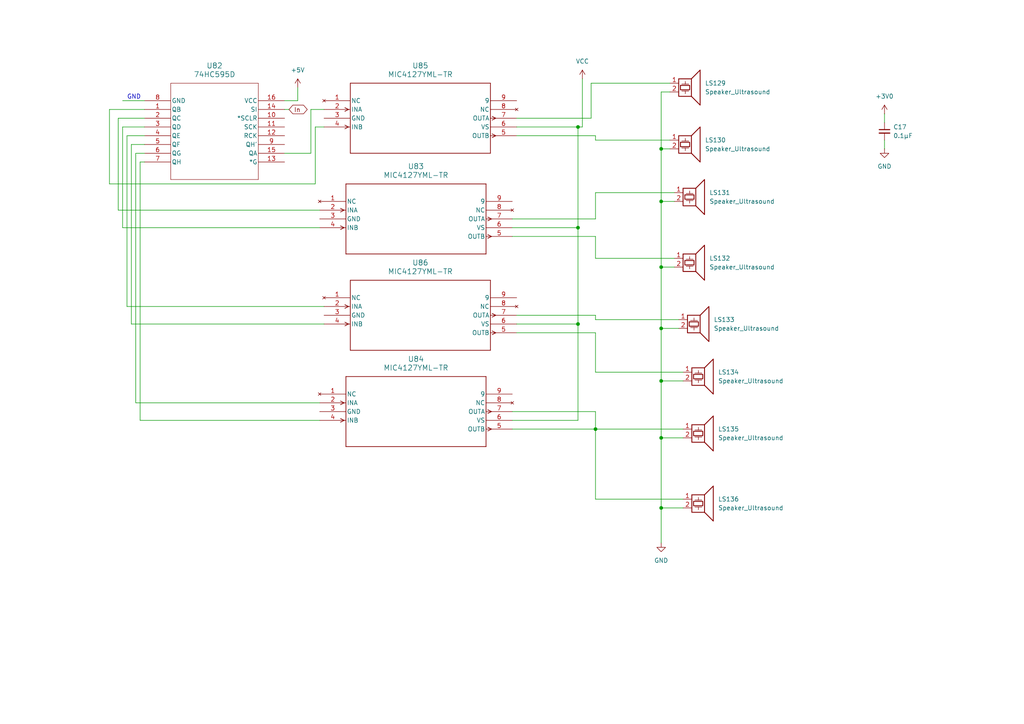
<source format=kicad_sch>
(kicad_sch (version 20250114) (generator "eeschema") (generator_version "9.0")
  (paper "A4")
  (lib_symbols
    (symbol "2025-12-28_09-02-17:MIC4127YML-TR" (pin_names (offset 0.254))
      (property "Reference" "U" (at 27.94 10.16 0))
      (property "Value" "MIC4127YML-TR" (at 27.94 7.62 0))
      (symbol "MIC4127YML-TR_0_1"
        (polyline (pts (xy 7.0993 -2.54) (xy 6.0579 -2.0193)) (stroke (width 0.2032)))
        (polyline (pts (xy 7.0993 -2.54) (xy 6.0579 -3.0607)) (stroke (width 0.2032)))
        (polyline (pts (xy 7.0993 -7.62) (xy 6.0579 -7.0993)) (stroke (width 0.2032)))
        (polyline (pts (xy 7.0993 -7.62) (xy 6.0579 -8.1407)) (stroke (width 0.2032)))
        (polyline (pts (xy 7.62 5.08) (xy 7.62 -15.24)) (stroke (width 0.2032)))
        (polyline (pts (xy 7.62 -15.24) (xy 48.26 -15.24)) (stroke (width 0.2032)))
        (polyline (pts (xy 48.26 5.08) (xy 7.62 5.08)) (stroke (width 0.2032)))
        (polyline (pts (xy 48.26 -15.24) (xy 48.26 5.08)) (stroke (width 0.2032)))
        (polyline (pts (xy 48.7807 -4.5593) (xy 49.8221 -5.08)) (stroke (width 0.2032)))
        (polyline (pts (xy 48.7807 -5.6007) (xy 49.8221 -5.08)) (stroke (width 0.2032)))
        (polyline (pts (xy 48.7807 -9.6393) (xy 49.8221 -10.16)) (stroke (width 0.2032)))
        (polyline (pts (xy 48.7807 -10.6807) (xy 49.8221 -10.16)) (stroke (width 0.2032)))
        (pin no_connect line (at 0 0 0) (length 7.62) (name "NC") (number "1"))
        (pin input line (at 0 -2.54 0) (length 7.62) (name "INA") (number "2"))
        (pin power_in line (at 0 -5.08 0) (length 7.62) (name "GND") (number "3"))
        (pin input line (at 0 -7.62 0) (length 7.62) (name "INB") (number "4"))
        (pin unspecified line (at 55.88 0 180) (length 7.62) (name "9") (number "9"))
        (pin no_connect line (at 55.88 -2.54 180) (length 7.62) (name "NC") (number "8"))
        (pin output line (at 55.88 -5.08 180) (length 7.62) (name "OUTA") (number "7"))
        (pin power_in line (at 55.88 -7.62 180) (length 7.62) (name "VS") (number "6"))
        (pin output line (at 55.88 -10.16 180) (length 7.62) (name "OUTB") (number "5"))
      )
    )
    (symbol "2025-12-28_09-22-42:74HC595D" (pin_names (offset 0.254))
      (property "Reference" "U" (at 20.32 10.16 0))
      (property "Value" "74HC595D" (at 20.32 7.62 0))
      (symbol "74HC595D_0_1"
        (polyline (pts (xy 7.62 5.08) (xy 7.62 -22.86)) (stroke (width 0.127)))
        (polyline (pts (xy 7.62 -22.86) (xy 33.02 -22.86)) (stroke (width 0.127)))
        (polyline (pts (xy 33.02 5.08) (xy 7.62 5.08)) (stroke (width 0.127)))
        (polyline (pts (xy 33.02 -22.86) (xy 33.02 5.08)) (stroke (width 0.127)))
        (pin power_out line (at 0 0 0) (length 7.62) (name "GND") (number "8"))
        (pin output line (at 0 -2.54 0) (length 7.62) (name "QB") (number "1"))
        (pin output line (at 0 -5.08 0) (length 7.62) (name "QC") (number "2"))
        (pin output line (at 0 -7.62 0) (length 7.62) (name "QD") (number "3"))
        (pin output line (at 0 -10.16 0) (length 7.62) (name "QE") (number "4"))
        (pin output line (at 0 -12.7 0) (length 7.62) (name "QF") (number "5"))
        (pin output line (at 0 -15.24 0) (length 7.62) (name "QG") (number "6"))
        (pin output line (at 0 -17.78 0) (length 7.62) (name "QH") (number "7"))
        (pin power_in line (at 40.64 0 180) (length 7.62) (name "VCC") (number "16"))
        (pin input line (at 40.64 -2.54 180) (length 7.62) (name "SI") (number "14"))
        (pin input line (at 40.64 -5.08 180) (length 7.62) (name "*SCLR") (number "10"))
        (pin input line (at 40.64 -7.62 180) (length 7.62) (name "SCK") (number "11"))
        (pin input line (at 40.64 -10.16 180) (length 7.62) (name "RCK") (number "12"))
        (pin output line (at 40.64 -12.7 180) (length 7.62) (name "QH'") (number "9"))
        (pin output line (at 40.64 -15.24 180) (length 7.62) (name "QA") (number "15"))
        (pin input line (at 40.64 -17.78 180) (length 7.62) (name "*G") (number "13"))
      )
    )
    (symbol "Device:C_Small" (pin_numbers (hide yes)) (pin_names (offset 0.254) (hide yes))
      (property "Reference" "C" (at 0.254 1.778 0))
      (property "Value" "C_Small" (at 0.254 -2.032 0))
      (symbol "C_Small_0_1"
        (polyline (pts (xy -1.524 0.508) (xy 1.524 0.508)) (stroke (width 0.3048)))
        (polyline (pts (xy -1.524 -0.508) (xy 1.524 -0.508)) (stroke (width 0.3302)))
      )
      (symbol "C_Small_1_1"
        (pin passive line (at 0 2.54 270) (length 2.032) (name "~") (number "1"))
        (pin passive line (at 0 -2.54 90) (length 2.032) (name "~") (number "2"))
      )
    )
    (symbol "Device:Speaker_Ultrasound" (pin_names (offset 0) (hide yes))
      (property "Reference" "LS" (at 0.635 5.715 0))
      (property "Value" "Speaker_Ultrasound" (at 0.635 3.81 0))
      (symbol "Speaker_Ultrasound_0_0"
        (rectangle (start -2.54 1.27) (end 1.143 -3.81) (stroke (width 0.254)))
        (rectangle (start -2.032 -0.635) (end 0.635 -1.905) (stroke (width 0.254)))
        (polyline (pts (xy -1.651 -0.254) (xy 0.381 -0.254)))
        (polyline (pts (xy -1.651 -2.286) (xy 0.381 -2.286)))
        (polyline (pts (xy -0.635 -0.254) (xy -0.635 0.508)))
        (polyline (pts (xy -0.635 -2.286) (xy -0.635 -3.048)))
        (polyline (pts (xy 1.143 1.27) (xy 3.683 3.81) (xy 3.683 -6.35) (xy 1.143 -3.81)) (stroke (width 0.254)))
      )
      (symbol "Speaker_Ultrasound_1_1"
        (pin input line (at -5.08 0 0) (length 2.54) (name "1") (number "1"))
        (pin input line (at -5.08 -2.54 0) (length 2.54) (name "2") (number "2"))
      )
    )
    (symbol "power:+3V0" (power) (pin_numbers (hide yes)) (pin_names (offset 0) (hide yes))
      (property "Value" "+3V0" (at 0 3.556 0))
      (symbol "+3V0_0_1"
        (polyline (pts (xy -0.762 1.27) (xy 0 2.54)))
        (polyline (pts (xy 0 2.54) (xy 0.762 1.27)))
        (polyline (pts (xy 0 0) (xy 0 2.54)))
      )
      (symbol "+3V0_1_1"
        (pin power_in line (at 0 0 90) (length 0) (name "~") (number "1"))
      )
    )
    (symbol "power:+5V" (power) (pin_numbers (hide yes)) (pin_names (offset 0) (hide yes))
      (property "Value" "+5V" (at 0 3.556 0))
      (symbol "+5V_0_1"
        (polyline (pts (xy -0.762 1.27) (xy 0 2.54)))
        (polyline (pts (xy 0 2.54) (xy 0.762 1.27)))
        (polyline (pts (xy 0 0) (xy 0 2.54)))
      )
      (symbol "+5V_1_1"
        (pin power_in line (at 0 0 90) (length 0) (name "~") (number "1"))
      )
    )
    (symbol "power:GND" (power) (pin_numbers (hide yes)) (pin_names (offset 0) (hide yes))
      (property "Value" "GND" (at 0 -3.81 0))
      (symbol "GND_0_1"
        (polyline (pts (xy 0 0) (xy 0 -1.27) (xy 1.27 -1.27) (xy 0 -2.54) (xy -1.27 -1.27) (xy 0 -1.27)))
      )
      (symbol "GND_1_1"
        (pin power_in line (at 0 0 270) (length 0) (name "~") (number "1"))
      )
    )
    (symbol "power:VCC" (power) (pin_numbers (hide yes)) (pin_names (offset 0) (hide yes))
      (property "Value" "VCC" (at 0 3.556 0))
      (symbol "VCC_0_1"
        (polyline (pts (xy -0.762 1.27) (xy 0 2.54)))
        (polyline (pts (xy 0 2.54) (xy 0.762 1.27)))
        (polyline (pts (xy 0 0) (xy 0 2.54)))
      )
      (symbol "VCC_1_1"
        (pin power_in line (at 0 0 90) (length 0) (name "~") (number "1"))
      )
    )
  )
  (text "GND" (at 38.862 28.194 0) (effects (font (size 1.27 1.27))))
  (junction (at 191.77 95.25))
  (junction (at 191.77 77.47))
  (junction (at 167.64 66.04))
  (junction (at 191.77 58.42))
  (junction (at 167.64 36.83))
  (junction (at 191.77 147.32))
  (junction (at 172.72 124.46))
  (junction (at 191.77 43.18))
  (junction (at 191.77 110.49))
  (junction (at 167.64 93.98))
  (junction (at 191.77 127))
  (wire (pts (xy 40.64 121.92) (xy 92.71 121.92)))
  (wire (pts (xy 148.59 124.46) (xy 172.72 124.46)))
  (wire (pts (xy 31.75 31.75) (xy 31.75 53.34)))
  (wire (pts (xy 38.1 41.91) (xy 38.1 93.98)))
  (wire (pts (xy 41.91 36.83) (xy 35.56 36.83)))
  (wire (pts (xy 82.55 29.21) (xy 86.36 29.21)))
  (wire (pts (xy 191.77 77.47) (xy 195.58 77.47)))
  (wire (pts (xy 36.83 39.37) (xy 36.83 88.9)))
  (wire (pts (xy 41.91 41.91) (xy 38.1 41.91)))
  (wire (pts (xy 40.64 46.99) (xy 40.64 121.92)))
  (wire (pts (xy 191.77 110.49) (xy 191.77 127)))
  (wire (pts (xy 35.56 66.04) (xy 92.71 66.04)))
  (wire (pts (xy 90.17 31.75) (xy 93.98 31.75)))
  (wire (pts (xy 41.91 46.99) (xy 40.64 46.99)))
  (wire (pts (xy 191.77 43.18) (xy 194.31 43.18)))
  (wire (pts (xy 172.72 68.58) (xy 172.72 74.93)))
  (wire (pts (xy 41.91 31.75) (xy 31.75 31.75)))
  (wire (pts (xy 198.12 147.32) (xy 191.77 147.32)))
  (wire (pts (xy 191.77 147.32) (xy 191.77 157.48)))
  (wire (pts (xy 256.54 33.02) (xy 256.54 35.56)))
  (wire (pts (xy 91.44 53.34) (xy 91.44 36.83)))
  (wire (pts (xy 38.1 93.98) (xy 93.98 93.98)))
  (wire (pts (xy 90.17 44.45) (xy 90.17 31.75)))
  (wire (pts (xy 82.55 44.45) (xy 90.17 44.45)))
  (wire (pts (xy 191.77 127) (xy 191.77 147.32)))
  (wire (pts (xy 172.72 63.5) (xy 172.72 55.88)))
  (wire (pts (xy 191.77 110.49) (xy 198.12 110.49)))
  (wire (pts (xy 172.72 124.46) (xy 172.72 144.78)))
  (wire (pts (xy 172.72 107.95) (xy 198.12 107.95)))
  (wire (pts (xy 31.75 53.34) (xy 91.44 53.34)))
  (wire (pts (xy 172.72 55.88) (xy 195.58 55.88)))
  (wire (pts (xy 167.64 93.98) (xy 167.64 121.92)))
  (wire (pts (xy 41.91 39.37) (xy 36.83 39.37)))
  (wire (pts (xy 191.77 43.18) (xy 191.77 58.42)))
  (wire (pts (xy 41.91 34.29) (xy 34.29 34.29)))
  (wire (pts (xy 35.56 36.83) (xy 35.56 66.04)))
  (wire (pts (xy 167.64 66.04) (xy 167.64 93.98)))
  (wire (pts (xy 172.72 74.93) (xy 195.58 74.93)))
  (wire (pts (xy 41.91 44.45) (xy 39.37 44.45)))
  (wire (pts (xy 82.55 31.75) (xy 83.82 31.75)))
  (wire (pts (xy 148.59 121.92) (xy 167.64 121.92)))
  (wire (pts (xy 172.72 144.78) (xy 198.12 144.78)))
  (wire (pts (xy 256.54 40.64) (xy 256.54 43.18)))
  (wire (pts (xy 191.77 58.42) (xy 195.58 58.42)))
  (wire (pts (xy 167.64 36.83) (xy 167.64 66.04)))
  (wire (pts (xy 191.77 77.47) (xy 191.77 95.25)))
  (wire (pts (xy 172.72 96.52) (xy 172.72 107.95)))
  (wire (pts (xy 39.37 116.84) (xy 92.71 116.84)))
  (wire (pts (xy 167.64 36.83) (xy 168.91 36.83)))
  (wire (pts (xy 149.86 91.44) (xy 172.72 91.44)))
  (wire (pts (xy 172.72 39.37) (xy 172.72 40.64)))
  (wire (pts (xy 191.77 26.67) (xy 191.77 43.18)))
  (wire (pts (xy 149.86 96.52) (xy 172.72 96.52)))
  (wire (pts (xy 194.31 26.67) (xy 191.77 26.67)))
  (wire (pts (xy 172.72 119.38) (xy 172.72 124.46)))
  (wire (pts (xy 171.45 24.13) (xy 194.31 24.13)))
  (wire (pts (xy 172.72 124.46) (xy 198.12 124.46)))
  (wire (pts (xy 148.59 63.5) (xy 172.72 63.5)))
  (wire (pts (xy 91.44 36.83) (xy 93.98 36.83)))
  (wire (pts (xy 172.72 91.44) (xy 172.72 92.71)))
  (wire (pts (xy 148.59 66.04) (xy 167.64 66.04)))
  (wire (pts (xy 86.36 25.4) (xy 86.36 29.21)))
  (wire (pts (xy 148.59 119.38) (xy 172.72 119.38)))
  (wire (pts (xy 168.91 22.86) (xy 168.91 36.83)))
  (wire (pts (xy 36.83 88.9) (xy 93.98 88.9)))
  (wire (pts (xy 172.72 40.64) (xy 194.31 40.64)))
  (wire (pts (xy 35.56 29.21) (xy 41.91 29.21)))
  (wire (pts (xy 148.59 68.58) (xy 172.72 68.58)))
  (wire (pts (xy 39.37 44.45) (xy 39.37 116.84)))
  (wire (pts (xy 191.77 127) (xy 198.12 127)))
  (wire (pts (xy 34.29 34.29) (xy 34.29 60.96)))
  (wire (pts (xy 34.29 60.96) (xy 92.71 60.96)))
  (wire (pts (xy 149.86 34.29) (xy 171.45 34.29)))
  (wire (pts (xy 149.86 93.98) (xy 167.64 93.98)))
  (wire (pts (xy 172.72 92.71) (xy 196.85 92.71)))
  (wire (pts (xy 149.86 39.37) (xy 172.72 39.37)))
  (wire (pts (xy 191.77 95.25) (xy 196.85 95.25)))
  (wire (pts (xy 191.77 58.42) (xy 191.77 77.47)))
  (wire (pts (xy 149.86 36.83) (xy 167.64 36.83)))
  (wire (pts (xy 191.77 95.25) (xy 191.77 110.49)))
  (wire (pts (xy 171.45 34.29) (xy 171.45 24.13)))
  (global_label "In" (shape bidirectional) (at 83.82 31.75 0) (property "Intersheetrefs" "${INTERSHEET_REFS}" (effects (hide yes))))
  (symbol (lib_id "2025-12-28_09-02-17:MIC4127YML-TR") (at 92.71 58.42 0) (unit 1)
    (property "Reference" "U83" (at 120.65 48.26 0) (effects (font (size 1.524 1.524))))
    (property "Value" "MIC4127YML-TR" (at 120.65 50.8 0) (effects (font (size 1.524 1.524))))
    (property "Footprint" "MLF-8_ML_MCH" (effects (hide yes)))
    (property "Datasheet" "MIC4127YML-TR" (effects (hide yes)))
  )
  (symbol (lib_id "Device:Speaker_Ultrasound") (at 199.39 24.13 0) (unit 1)
    (property "Reference" "LS129" (at 204.47 24.1299 0) (effects (justify left)))
    (property "Value" "Speaker_Ultrasound" (at 204.47 26.6699 0) (effects (justify left)))
    (property "Description" "Ultrasonic transducer" (effects (hide yes)))
  )
  (symbol (lib_id "Device:Speaker_Ultrasound") (at 199.39 40.64 0) (unit 1)
    (property "Reference" "LS130" (at 204.47 40.6399 0) (effects (justify left)))
    (property "Value" "Speaker_Ultrasound" (at 204.47 43.1799 0) (effects (justify left)))
    (property "Description" "Ultrasonic transducer" (effects (hide yes)))
  )
  (symbol (lib_id "2025-12-28_09-02-17:MIC4127YML-TR") (at 93.98 86.36 0) (unit 1)
    (property "Reference" "U86" (at 121.92 76.2 0) (effects (font (size 1.524 1.524))))
    (property "Value" "MIC4127YML-TR" (at 121.92 78.74 0) (effects (font (size 1.524 1.524))))
    (property "Footprint" "MLF-8_ML_MCH" (effects (hide yes)))
    (property "Datasheet" "MIC4127YML-TR" (effects (hide yes)))
  )
  (symbol (lib_id "power:GND") (at 191.77 157.48 0) (unit 1)
    (property "Reference" "#PWR083" (effects (hide yes)))
    (property "Value" "GND" (at 191.77 162.56 0))
    (property "Description" "Power symbol creates a global label with name \"GND\" , ground" (effects (hide yes)))
  )
  (symbol (lib_id "Device:Speaker_Ultrasound") (at 203.2 107.95 0) (unit 1)
    (property "Reference" "LS134" (at 208.28 107.9499 0) (effects (justify left)))
    (property "Value" "Speaker_Ultrasound" (at 208.28 110.4899 0) (effects (justify left)))
    (property "Description" "Ultrasonic transducer" (effects (hide yes)))
  )
  (symbol (lib_id "2025-12-28_09-02-17:MIC4127YML-TR") (at 92.71 114.3 0) (unit 1)
    (property "Reference" "U84" (at 120.65 104.14 0) (effects (font (size 1.524 1.524))))
    (property "Value" "MIC4127YML-TR" (at 120.65 106.68 0) (effects (font (size 1.524 1.524))))
    (property "Footprint" "MLF-8_ML_MCH" (effects (hide yes)))
    (property "Datasheet" "MIC4127YML-TR" (effects (hide yes)))
  )
  (symbol (lib_id "2025-12-28_09-22-42:74HC595D") (at 41.91 29.21 0) (unit 1)
    (property "Reference" "U82" (at 62.23 19.05 0) (effects (font (size 1.524 1.524))))
    (property "Value" "74HC595D" (at 62.23 21.59 0) (effects (font (size 1.524 1.524))))
    (property "Footprint" "SOIC16_TOS" (effects (hide yes)))
    (property "Datasheet" "https://toshiba.semicon-storage.com/info/docget.jsp?did=36768&prodName=74HC595D" (effects (hide yes)))
  )
  (symbol (lib_id "Device:Speaker_Ultrasound") (at 203.2 124.46 0) (unit 1)
    (property "Reference" "LS135" (at 208.28 124.4599 0) (effects (justify left)))
    (property "Value" "Speaker_Ultrasound" (at 208.28 126.9999 0) (effects (justify left)))
    (property "Description" "Ultrasonic transducer" (effects (hide yes)))
  )
  (symbol (lib_id "Device:C_Small") (at 256.54 38.1 0) (unit 1)
    (property "Reference" "C17" (at 259.08 36.8362 0) (effects (justify left)))
    (property "Value" "0.1μF" (at 259.08 39.3762 0) (effects (justify left)))
    (property "Description" "Unpolarized capacitor, small symbol" (effects (hide yes)))
  )
  (symbol (lib_id "power:VCC") (at 168.91 22.86 0) (unit 1)
    (property "Reference" "#PWR082" (effects (hide yes)))
    (property "Value" "VCC" (at 168.91 17.78 0))
    (property "Description" "Power symbol creates a global label with name \"VCC\"" (effects (hide yes)))
  )
  (symbol (lib_id "Device:Speaker_Ultrasound") (at 200.66 55.88 0) (unit 1)
    (property "Reference" "LS131" (at 205.74 55.8799 0) (effects (justify left)))
    (property "Value" "Speaker_Ultrasound" (at 205.74 58.4199 0) (effects (justify left)))
    (property "Description" "Ultrasonic transducer" (effects (hide yes)))
  )
  (symbol (lib_id "power:GND") (at 256.54 43.18 0) (unit 1)
    (property "Reference" "#PWR085" (effects (hide yes)))
    (property "Value" "GND" (at 256.54 48.26 0))
    (property "Description" "Power symbol creates a global label with name \"GND\" , ground" (effects (hide yes)))
  )
  (symbol (lib_id "Device:Speaker_Ultrasound") (at 203.2 144.78 0) (unit 1)
    (property "Reference" "LS136" (at 208.28 144.7799 0) (effects (justify left)))
    (property "Value" "Speaker_Ultrasound" (at 208.28 147.3199 0) (effects (justify left)))
    (property "Description" "Ultrasonic transducer" (effects (hide yes)))
  )
  (symbol (lib_id "2025-12-28_09-02-17:MIC4127YML-TR") (at 93.98 29.21 0) (unit 1)
    (property "Reference" "U85" (at 121.92 19.05 0) (effects (font (size 1.524 1.524))))
    (property "Value" "MIC4127YML-TR" (at 121.92 21.59 0) (effects (font (size 1.524 1.524))))
    (property "Footprint" "MLF-8_ML_MCH" (effects (hide yes)))
    (property "Datasheet" "MIC4127YML-TR" (effects (hide yes)))
  )
  (symbol (lib_id "power:+3V0") (at 256.54 33.02 0) (unit 1)
    (property "Reference" "#PWR084" (effects (hide yes)))
    (property "Value" "+3V0" (at 256.54 27.94 0))
    (property "Description" "Power symbol creates a global label with name \"+3V0\"" (effects (hide yes)))
  )
  (symbol (lib_id "Device:Speaker_Ultrasound") (at 200.66 74.93 0) (unit 1)
    (property "Reference" "LS132" (at 205.74 74.9299 0) (effects (justify left)))
    (property "Value" "Speaker_Ultrasound" (at 205.74 77.4699 0) (effects (justify left)))
    (property "Description" "Ultrasonic transducer" (effects (hide yes)))
  )
  (symbol (lib_id "power:+5V") (at 86.36 25.4 0) (unit 1)
    (property "Reference" "#PWR081" (effects (hide yes)))
    (property "Value" "+5V" (at 86.36 20.32 0))
    (property "Description" "Power symbol creates a global label with name \"+5V\"" (effects (hide yes)))
  )
  (symbol (lib_id "Device:Speaker_Ultrasound") (at 201.93 92.71 0) (unit 1)
    (property "Reference" "LS133" (at 207.01 92.7099 0) (effects (justify left)))
    (property "Value" "Speaker_Ultrasound" (at 207.01 95.2499 0) (effects (justify left)))
    (property "Description" "Ultrasonic transducer" (effects (hide yes)))
  )
)
</source>
